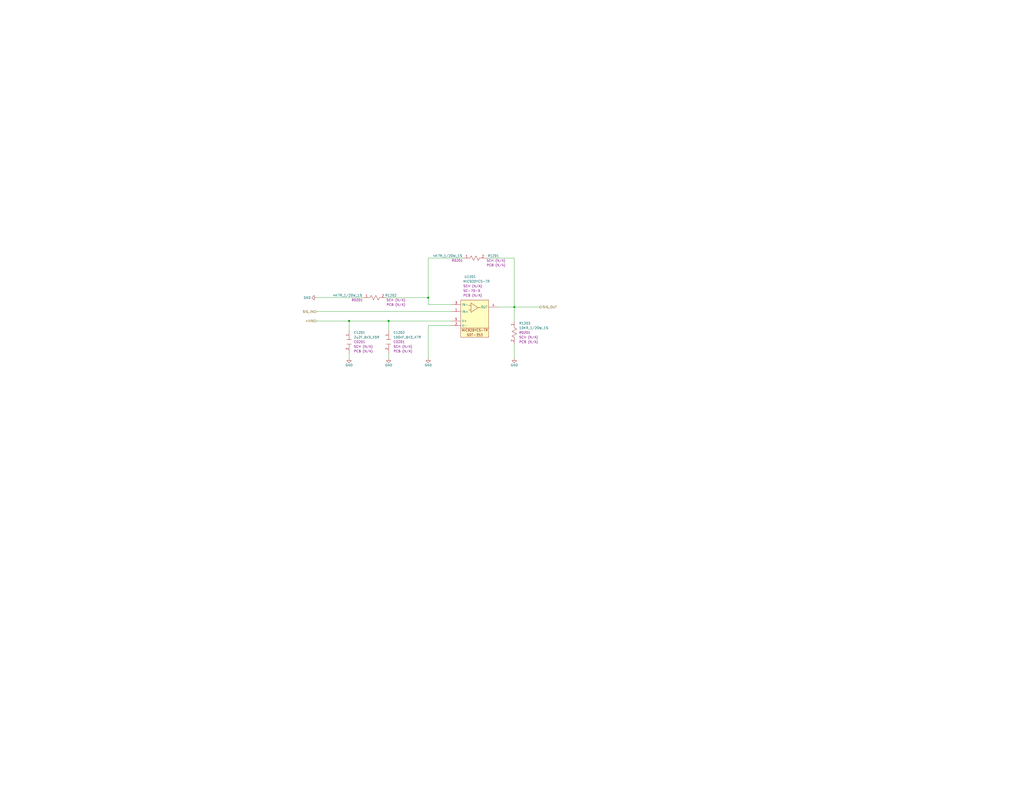
<source format=kicad_sch>
(kicad_sch (version 20230121) (generator eeschema)
  (paper "C")
  (title_block (title "Blender") (date "2023/09/18") (rev "v1.0") (company "Mend0z0") (comment 1 "v1.0") (comment 2 "RELEASED") (comment 3 "Siavash Taher Parvar") (comment 4 "_BOM_Blender_v1.0.html") (comment 5 "_HW_Blender.kicad_pcb") (comment 6 "_GBR_Blender_v1.0") (comment 7 "_ASM_Blender_v1.0") (comment 8 "N/A") (comment 9 "Initial version"))
  (lib_symbols
    (symbol "_SCHLIB_Blender:CAP_100nF_6V3_X7R_C0201"
      (property "Reference" "C" (at 2.54 5.08 0))
      (property "Value" "100nF_6V3_X7R" (at 2.54 7.62 0))
      (property "Package" "C0201" (at 2.54 35.56 0))
      (property "SCH CHECK" "SCH (N/A)" (at 2.54 33.02 0))
      (property "PCB CHECk" "PCB (N/A)" (at 2.54 30.48 0))
      (symbol "CAP_100nF_6V3_X7R_C0201_0_0"
        (polyline (pts (xy 5.08 1.27) (xy 5.08 -1.27)))
        (polyline (pts (xy 7.62 1.27) (xy 7.62 -1.27)))
      )
      (symbol "CAP_100nF_6V3_X7R_C0201_1_1"
        (pin passive line (at 0 0 0) (length 5.08) (name "") (number "1"))
        (pin passive line (at 12.7 0 180) (length 5.08) (name "") (number "2"))
      )
    )
    (symbol "_SCHLIB_Blender:CAP_2u2F_6V3_X5R_C0201"
      (property "Reference" "C" (at 2.54 3.81 0))
      (property "Value" "2u2F_6V3_X5R" (at 2.54 6.35 0))
      (property "Package" "C0201" (at 2.54 34.29 0))
      (property "SCH CHECK" "SCH (N/A)" (at 2.54 31.75 0))
      (property "PCB CHECk" "PCB (N/A)" (at 2.54 29.21 0))
      (symbol "CAP_2u2F_6V3_X5R_C0201_0_0"
        (polyline (pts (xy 5.08 1.27) (xy 5.08 -1.27)))
        (polyline (pts (xy 7.62 1.27) (xy 7.62 -1.27)))
      )
      (symbol "CAP_2u2F_6V3_X5R_C0201_1_1"
        (pin passive line (at 0 0 0) (length 5.08) (name "") (number "1"))
        (pin passive line (at 12.7 0 180) (length 5.08) (name "") (number "2"))
      )
    )
    (symbol "_SCHLIB_Blender:IC_OPAMP_MIC920YC5-TR_GP_1C_5V~18V_SC-70-5"
      (property "Reference" "U" (at 2.54 2.54 0))
      (property "Value" "MIC920YC5-TR" (at 2.54 5.08 0))
      (property "Package" "SC-70-5" (at 2.54 33.02 0))
      (property "SCH CHECK" "SCH (N/A)" (at 2.54 30.48 0))
      (property "PCB CHECk" "PCB (N/A)" (at 2.54 27.94 0))
      (symbol "IC_OPAMP_MIC920YC5-TR_GP_1C_5V~18V_SC-70-5_0_0"
        (text "MIC920YC5-TR" (at 7.62 -16.51 0) (effects (font (size 1.27 1.27))))
        (text "SOT-353" (at 7.62 -19.05 0) (effects (font (size 1.27 1.27))))
      )
      (symbol "IC_OPAMP_MIC920YC5-TR_GP_1C_5V~18V_SC-70-5_0_1"
        (polyline (pts (xy 0 -15.24) (xy 15.24 -15.24)))
        (polyline (pts (xy 5.564 -5.45) (xy 4.294 -5.45)))
        (polyline (pts (xy 5.564 -2.91) (xy 4.294 -2.91)))
        (polyline (pts (xy 9.374 -4.18) (xy 10.644 -4.18)))
        (polyline (pts (xy 5.564 -1.64) (xy 5.564 -6.72) (xy 9.374 -4.18) (xy 5.564 -1.64)))
        (rectangle (start 0 0) (end 15.24 -20.32) (fill (type background)))
      )
      (symbol "IC_OPAMP_MIC920YC5-TR_GP_1C_5V~18V_SC-70-5_1_1"
        (pin passive line (at -5.08 -6.35 0) (length 5.08) (name "IN+") (number "1"))
        (pin passive line (at -5.08 -13.97 0) (length 5.08) (name "V-") (number "2"))
        (pin passive line (at -5.08 -2.54 0) (length 5.08) (name "IN-") (number "3"))
        (pin passive line (at 20.32 -3.81 180) (length 5.08) (name "OUT") (number "4"))
        (pin passive line (at -5.08 -11.43 0) (length 5.08) (name "V+") (number "5"))
      )
    )
    (symbol "_SCHLIB_Blender:RES_10KR_1/20W_1%_R0201"
      (property "Reference" "R" (at 2.54 5.08 0))
      (property "Value" "10KR_1/20W_1%" (at 2.54 7.62 0))
      (property "Package" "R0201" (at 2.54 35.56 0))
      (property "SCH CHECK" "SCH (N/A)" (at 2.54 33.02 0))
      (property "PCB CHECk" "PCB (N/A)" (at 2.54 30.48 0))
      (symbol "RES_10KR_1/20W_1%_R0201_0_0"
        (polyline (pts (xy 3.81 0) (xy 4.445 1.27) (xy 5.715 -1.27) (xy 6.985 1.27) (xy 8.255 -1.27) (xy 8.89 0)))
      )
      (symbol "RES_10KR_1/20W_1%_R0201_1_1"
        (pin passive line (at 0 0 0) (length 3.81) (name "") (number "1"))
        (pin passive line (at 12.7 0 180) (length 3.81) (name "") (number "2"))
      )
    )
    (symbol "_SCHLIB_Blender:RES_4K7R_1/20W_1%_R0201"
      (property "Reference" "R" (at 2.54 5.08 0))
      (property "Value" "4K7R_1/20W_1%" (at 2.54 7.62 0))
      (property "Package" "R0201" (at 2.54 35.56 0))
      (property "SCH CHECK" "SCH (N/A)" (at 2.54 33.02 0))
      (property "PCB CHECk" "PCB (N/A)" (at 2.54 30.48 0))
      (symbol "RES_4K7R_1/20W_1%_R0201_0_0"
        (polyline (pts (xy 3.81 0) (xy 4.445 1.27) (xy 5.715 -1.27) (xy 6.985 1.27) (xy 8.255 -1.27) (xy 8.89 0)))
      )
      (symbol "RES_4K7R_1/20W_1%_R0201_1_1"
        (pin passive line (at 0 0 0) (length 3.81) (name "") (number "1"))
        (pin passive line (at 12.7 0 180) (length 3.81) (name "") (number "2"))
      )
    )
    (symbol "power:GND" (power) (pin_names (offset 0))
      (property "Value" "GND" (at 0 -3.81 0))
      (symbol "GND_0_1"
        (polyline (pts (xy 0 0) (xy 0 -1.27) (xy 1.27 -1.27) (xy 0 -2.54) (xy -1.27 -1.27) (xy 0 -1.27)))
      )
      (symbol "GND_1_1"
        (pin power_in line (at 0 0 270) (length 0) hide (name "GND") (number "1"))
      )
    )
  )
  (junction (at 212.09 175.26))
  (junction (at 190.5 175.26))
  (junction (at 233.68 162.56))
  (junction (at 280.67 167.64))
  (wire (pts (xy 212.09 175.26) (xy 212.09 180.34)))
  (wire (pts (xy 252.73 140.97) (xy 233.68 140.97)))
  (wire (pts (xy 190.5 175.26) (xy 190.5 180.34)))
  (wire (pts (xy 280.67 167.64) (xy 280.67 175.26)))
  (wire (pts (xy 265.43 140.97) (xy 280.67 140.97)))
  (wire (pts (xy 233.68 177.8) (xy 246.38 177.8)))
  (wire (pts (xy 233.68 195.58) (xy 233.68 177.8)))
  (wire (pts (xy 212.09 195.58) (xy 212.09 193.04)))
  (wire (pts (xy 294.64 167.64) (xy 280.67 167.64)))
  (wire (pts (xy 190.5 175.26) (xy 212.09 175.26)))
  (wire (pts (xy 233.68 166.37) (xy 246.38 166.37)))
  (wire (pts (xy 172.72 162.56) (xy 198.12 162.56)))
  (wire (pts (xy 233.68 162.56) (xy 233.68 166.37)))
  (wire (pts (xy 210.82 162.56) (xy 233.68 162.56)))
  (wire (pts (xy 172.72 175.26) (xy 190.5 175.26)))
  (wire (pts (xy 172.72 170.18) (xy 246.38 170.18)))
  (wire (pts (xy 280.67 195.58) (xy 280.67 187.96)))
  (wire (pts (xy 190.5 195.58) (xy 190.5 193.04)))
  (wire (pts (xy 233.68 140.97) (xy 233.68 162.56)))
  (wire (pts (xy 280.67 167.64) (xy 271.78 167.64)))
  (wire (pts (xy 212.09 175.26) (xy 246.38 175.26)))
  (wire (pts (xy 280.67 140.97) (xy 280.67 167.64)))
  (hierarchical_label "+VIN" (shape input) (at 172.72 175.26 180))
  (hierarchical_label "SIG_OUT" (shape output) (at 294.64 167.64 0))
  (hierarchical_label "SIG_IN" (shape input) (at 172.72 170.18 180))
  (symbol (lib_id "power:GND") (at 172.72 162.56 270) (unit 1)
    (property "Reference" "#PWR01201" (effects hide))
    (property "Value" "GND" (at 167.64 162.56 90))
    (instances (project "_HW_Blender" (path "" (reference "#PWR01201") (unit 1)) (path "" (reference "#PWR01301") (unit 1)) (path "" (reference "#PWR01401") (unit 1))) (project "_HW_ToslinkToDMX" (path "" (reference "#PWR01201") (unit 1)) (path "" (reference "#PWR01301") (unit 1)) (path "" (reference "#PWR01401") (unit 1))))
  )
  (symbol (lib_id "_SCHLIB_Blender:CAP_2u2F_6V3_X5R_C0201") (at 190.5 180.34 270) (unit 1)
    (property "Reference" "C1201" (at 193.04 181.61 90) (effects (justify left)))
    (property "Value" "2u2F_6V3_X5R" (at 193.04 184.15 90) (effects (justify left)))
    (property "Footprint" "Capacitor_SMD:C_0201_0603Metric" (effects hide))
    (property "Datasheet" "https://ele.kyocera.com/assets/products/capacitor/CM_Series_e.pdf" (effects hide))
    (property "Description" "2.2 µF ±20% 6.3V Ceramic Capacitor X5R 0201 (0603 Metric)" (effects hide))
    (property "Link" "https://www.digikey.ca/en/products/detail/kyocera-avx/CM03X5R225M06AH/10815044" (effects hide))
    (property "SCH CHECK" "SCH (N/A)" (at 193.04 189.23 90) (effects (justify left)))
    (property "Package" "C0201" (at 193.04 186.69 90) (effects (justify left)))
    (property "Part Number (Manufacturer)" "CM03X5R225M06AH" (effects hide))
    (property "Manufacturer" "KYOCERA AVX" (effects hide))
    (property "Part Number (Vendor)" "478-KGM03CR50J225MHTR-ND" (effects hide))
    (property "Vendor" "Digikey" (effects hide))
    (property "PCB CHECk" "PCB (N/A)" (at 193.04 191.77 90) (effects (justify left)))
    (instances (project "_HW_Blender" (path "" (reference "C1201") (unit 1)) (path "" (reference "C1301") (unit 1)) (path "" (reference "C1401") (unit 1))) (project "_HW_ToslinkToDMX" (path "" (reference "C1201") (unit 1)) (path "" (reference "C1301") (unit 1)) (path "" (reference "C1401") (unit 1))))
  )
  (symbol (lib_id "power:GND") (at 190.5 195.58 0) (unit 1)
    (property "Reference" "#PWR01202" (effects hide))
    (property "Value" "GND" (at 190.5 199.39 0))
    (instances (project "_HW_Blender" (path "" (reference "#PWR01202") (unit 1)) (path "" (reference "#PWR01302") (unit 1)) (path "" (reference "#PWR01402") (unit 1))) (project "_HW_ToslinkToDMX" (path "" (reference "#PWR01202") (unit 1)) (path "" (reference "#PWR01302") (unit 1)) (path "" (reference "#PWR01402") (unit 1))))
  )
  (symbol (lib_id "power:GND") (at 233.68 195.58 0) (unit 1)
    (property "Reference" "#PWR01204" (effects hide))
    (property "Value" "GND" (at 233.68 199.39 0))
    (instances (project "_HW_Blender" (path "" (reference "#PWR01204") (unit 1)) (path "" (reference "#PWR01304") (unit 1)) (path "" (reference "#PWR01404") (unit 1))) (project "_HW_ToslinkToDMX" (path "" (reference "#PWR01204") (unit 1)) (path "" (reference "#PWR01304") (unit 1)) (path "" (reference "#PWR01404") (unit 1))))
  )
  (symbol (lib_id "_SCHLIB_Blender:RES_4K7R_1/20W_1%_R0201") (at 252.73 140.97 0) (unit 1)
    (property "Reference" "R1201" (at 269.24 139.7 0))
    (property "Value" "4K7R_1/20W_1%" (at 236.22 139.7 0) (effects (justify left)))
    (property "Footprint" "Resistor_SMD:R_0201_0603Metric" (effects hide))
    (property "Datasheet" "https://www.seielect.com/Catalog/SEI-RMCF_RMCP.pdf" (effects hide))
    (property "Description" "4.7 kOhms ±1% 0.05W, 1/20W Chip Resistor 0201 (0603 Metric) Thick Film" (effects hide))
    (property "Link" "https://www.digikey.ca/en/products/detail/stackpole-electronics-inc/RMCF0201FT4K70/1715026" (effects hide))
    (property "SCH CHECK" "SCH (N/A)" (at 265.43 142.24 0) (effects (justify left)))
    (property "Package" "R0201" (at 246.38 142.24 0) (effects (justify left)))
    (property "Part Number (Manufacturer)" "RMCF0201FT4K70" (effects hide))
    (property "Manufacturer" "Stackpole Electronics Inc" (effects hide))
    (property "Part Number (Vendor)" "RMCF0201FT4K70TR-ND" (effects hide))
    (property "Vendor" "Digikey" (effects hide))
    (property "PCB CHECk" "PCB (N/A)" (at 265.43 144.78 0) (effects (justify left)))
    (instances (project "_HW_Blender" (path "" (reference "R1201") (unit 1)) (path "" (reference "R1301") (unit 1)) (path "" (reference "R1401") (unit 1))) (project "_HW_ToslinkToDMX" (path "" (reference "R1201") (unit 1)) (path "" (reference "R1301") (unit 1)) (path "" (reference "R1401") (unit 1))))
  )
  (symbol (lib_id "_SCHLIB_Blender:CAP_100nF_6V3_X7R_C0201") (at 212.09 180.34 270) (unit 1)
    (property "Reference" "C1202" (at 214.63 181.61 90) (effects (justify left)))
    (property "Value" "100nF_6V3_X7R" (at 214.63 184.15 90) (effects (justify left)))
    (property "Footprint" "Capacitor_SMD:C_0201_0603Metric" (effects hide))
    (property "Datasheet" "https://www.yageo.com/upload/media/product/productsearch/datasheet/mlcc/UPY-GPHC_X7R_6.3V-to-250V_22.pdf" (effects hide))
    (property "Description" "0.1 µF ±10% 6.3V Ceramic Capacitor X7R 0201 (0603 Metric)" (effects hide))
    (property "Link" "https://www.digikey.ca/en/products/detail/yageo/CC0201KRX7R5BB104/12698853" (effects hide))
    (property "SCH CHECK" "SCH (N/A)" (at 214.63 189.23 90) (effects (justify left)))
    (property "Package" "C0201" (at 214.63 186.69 90) (effects (justify left)))
    (property "Part Number (Manufacturer)" "CC0201KRX7R5BB104" (effects hide))
    (property "Manufacturer" "YAGEO" (effects hide))
    (property "Part Number (Vendor)" "13-CC0201KRX7R5BB104TR-ND" (effects hide))
    (property "Vendor" "Digikey" (effects hide))
    (property "PCB CHECk" "PCB (N/A)" (at 214.63 191.77 90) (effects (justify left)))
    (instances (project "_HW_Blender" (path "" (reference "C1202") (unit 1)) (path "" (reference "C1302") (unit 1)) (path "" (reference "C1402") (unit 1))) (project "_HW_ToslinkToDMX" (path "" (reference "C1202") (unit 1)) (path "" (reference "C1302") (unit 1)) (path "" (reference "C1402") (unit 1))))
  )
  (symbol (lib_id "_SCHLIB_Blender:IC_OPAMP_MIC920YC5-TR_GP_1C_5V~18V_SC-70-5") (at 251.46 163.83 0) (unit 1)
    (property "Reference" "U1201" (at 256.54 151.13 0))
    (property "Value" "MIC920YC5-TR" (at 252.73 153.67 0) (effects (justify left)))
    (property "Footprint" "Package_TO_SOT_SMD:SOT-353_SC-70-5" (effects hide))
    (property "Datasheet" "http://ww1.microchip.com/downloads/en/DeviceDoc/mic920.pdf" (effects hide))
    (property "Description" "General Purpose Amplifier 1 Circuit SC-70-5" (effects hide))
    (property "Link" "https://www.digikey.ca/en/products/detail/microchip-technology/MIC920YC5-TR/1617205" (effects hide))
    (property "SCH CHECK" "SCH (N/A)" (at 252.73 156.21 0) (effects (justify left)))
    (property "Part Number (Manufacturer)" "MIC920YC5-TR" (effects hide))
    (property "Package" "SC-70-5" (at 252.73 158.75 0) (effects (justify left)))
    (property "Manufacturer" "Microchip Technology" (effects hide))
    (property "Part Number (Vendor)" "576-4560-2-ND" (effects hide))
    (property "Vendor" "Digikey" (effects hide))
    (property "PCB CHECk" "PCB (N/A)" (at 252.73 161.29 0) (effects (justify left)))
    (instances (project "_HW_Blender" (path "" (reference "U1201") (unit 1)) (path "" (reference "U1301") (unit 1)) (path "" (reference "U1401") (unit 1))) (project "_HW_ToslinkToDMX" (path "" (reference "U1201") (unit 1)) (path "" (reference "U1301") (unit 1)) (path "" (reference "U1401") (unit 1))))
  )
  (symbol (lib_id "_SCHLIB_Blender:RES_10KR_1/20W_1%_R0201") (at 280.67 175.26 270) (unit 1)
    (property "Reference" "R1203" (at 283.21 176.53 90) (effects (justify left)))
    (property "Value" "10KR_1/20W_1%" (at 283.21 179.07 90) (effects (justify left)))
    (property "Footprint" "Resistor_SMD:R_0201_0603Metric" (effects hide))
    (property "Datasheet" "https://www.seielect.com/Catalog/SEI-RMCF_RMCP.pdf" (effects hide))
    (property "Description" "10 kOhms ±1% 0.05W, 1/20W Chip Resistor 0201 (0603 Metric) Thick Film" (effects hide))
    (property "Link" "https://www.digikey.ca/en/products/detail/stackpole-electronics-inc/RMCF0201FT10K0/1714990" (effects hide))
    (property "SCH CHECK" "SCH (N/A)" (at 283.21 184.15 90) (effects (justify left)))
    (property "Package" "R0201" (at 283.21 181.61 90) (effects (justify left)))
    (property "Part Number (Manufacturer)" "RMCF0201FT10K0" (effects hide))
    (property "Manufacturer" "Stackpole Electronics Inc" (effects hide))
    (property "Part Number (Vendor)" "RMCF0201FT10K0TR-ND" (effects hide))
    (property "Vendor" "Digikey" (effects hide))
    (property "PCB CHECk" "PCB (N/A)" (at 283.21 186.69 90) (effects (justify left)))
    (instances (project "_HW_Blender" (path "" (reference "R1203") (unit 1)) (path "" (reference "R1303") (unit 1)) (path "" (reference "R1403") (unit 1))) (project "_HW_ToslinkToDMX" (path "" (reference "R1203") (unit 1)) (path "" (reference "R1303") (unit 1)) (path "" (reference "R1403") (unit 1))))
  )
  (symbol (lib_id "power:GND") (at 212.09 195.58 0) (unit 1)
    (property "Reference" "#PWR01203" (effects hide))
    (property "Value" "GND" (at 212.09 199.39 0))
    (instances (project "_HW_Blender" (path "" (reference "#PWR01203") (unit 1)) (path "" (reference "#PWR01303") (unit 1)) (path "" (reference "#PWR01403") (unit 1))) (project "_HW_ToslinkToDMX" (path "" (reference "#PWR01203") (unit 1)) (path "" (reference "#PWR01303") (unit 1)) (path "" (reference "#PWR01403") (unit 1))))
  )
  (symbol (lib_id "power:GND") (at 280.67 195.58 0) (unit 1)
    (property "Reference" "#PWR01205" (effects hide))
    (property "Value" "GND" (at 280.67 199.39 0))
    (instances (project "_HW_Blender" (path "" (reference "#PWR01205") (unit 1)) (path "" (reference "#PWR01305") (unit 1)) (path "" (reference "#PWR01405") (unit 1))) (project "_HW_ToslinkToDMX" (path "" (reference "#PWR01205") (unit 1)) (path "" (reference "#PWR01305") (unit 1)) (path "" (reference "#PWR01405") (unit 1))))
  )
  (symbol (lib_id "_SCHLIB_Blender:RES_4K7R_1/20W_1%_R0201") (at 198.12 162.56 0) (unit 1)
    (property "Reference" "R1202" (at 213.36 161.29 0))
    (property "Value" "4K7R_1/20W_1%" (at 181.61 161.29 0) (effects (justify left)))
    (property "Footprint" "Resistor_SMD:R_0201_0603Metric" (effects hide))
    (property "Datasheet" "https://www.seielect.com/Catalog/SEI-RMCF_RMCP.pdf" (effects hide))
    (property "Description" "4.7 kOhms ±1% 0.05W, 1/20W Chip Resistor 0201 (0603 Metric) Thick Film" (effects hide))
    (property "Link" "https://www.digikey.ca/en/products/detail/stackpole-electronics-inc/RMCF0201FT4K70/1715026" (effects hide))
    (property "SCH CHECK" "SCH (N/A)" (at 210.82 163.83 0) (effects (justify left)))
    (property "Package" "R0201" (at 191.77 163.83 0) (effects (justify left)))
    (property "Part Number (Manufacturer)" "RMCF0201FT4K70" (effects hide))
    (property "Manufacturer" "Stackpole Electronics Inc" (effects hide))
    (property "Part Number (Vendor)" "RMCF0201FT4K70TR-ND" (effects hide))
    (property "Vendor" "Digikey" (effects hide))
    (property "PCB CHECk" "PCB (N/A)" (at 210.82 166.37 0) (effects (justify left)))
    (instances (project "_HW_Blender" (path "" (reference "R1202") (unit 1)) (path "" (reference "R1302") (unit 1)) (path "" (reference "R1402") (unit 1))) (project "_HW_ToslinkToDMX" (path "" (reference "R1202") (unit 1)) (path "" (reference "R1302") (unit 1)) (path "" (reference "R1402") (unit 1))))
  )
)
</source>
